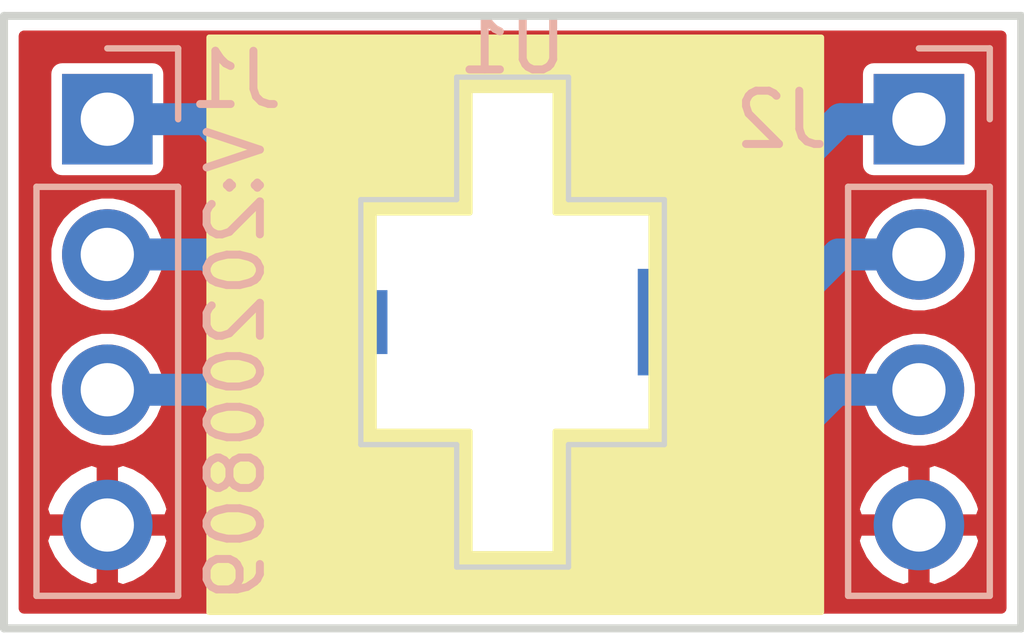
<source format=kicad_pcb>
(kicad_pcb (version 20171130) (host pcbnew 5.1.6-c6e7f7d~87~ubuntu19.10.1)

  (general
    (thickness 1.6)
    (drawings 16)
    (tracks 18)
    (zones 0)
    (modules 4)
    (nets 8)
  )

  (page A4)
  (layers
    (0 F.Cu signal)
    (31 B.Cu signal)
    (32 B.Adhes user)
    (33 F.Adhes user)
    (34 B.Paste user)
    (35 F.Paste user)
    (36 B.SilkS user)
    (37 F.SilkS user)
    (38 B.Mask user)
    (39 F.Mask user)
    (40 Dwgs.User user)
    (41 Cmts.User user)
    (42 Eco1.User user)
    (43 Eco2.User user)
    (44 Edge.Cuts user)
    (45 Margin user)
    (46 B.CrtYd user)
    (47 F.CrtYd user)
    (48 B.Fab user)
    (49 F.Fab user)
  )

  (setup
    (last_trace_width 0.1524)
    (user_trace_width 0.1524)
    (user_trace_width 0.2)
    (user_trace_width 0.3)
    (user_trace_width 0.4)
    (user_trace_width 0.6)
    (user_trace_width 1)
    (user_trace_width 1.5)
    (user_trace_width 2)
    (trace_clearance 0.1524)
    (zone_clearance 0.2)
    (zone_45_only no)
    (trace_min 0.1524)
    (via_size 0.381)
    (via_drill 0.254)
    (via_min_size 0.381)
    (via_min_drill 0.254)
    (user_via 0.4 0.254)
    (user_via 0.6 0.4)
    (user_via 0.8 0.6)
    (user_via 1 0.8)
    (user_via 1.3 1)
    (user_via 1.5 1.2)
    (user_via 1.7 1.4)
    (user_via 1.9 1.6)
    (uvia_size 0.381)
    (uvia_drill 0.254)
    (uvias_allowed no)
    (uvia_min_size 0.381)
    (uvia_min_drill 0.254)
    (edge_width 0.1)
    (segment_width 0.2)
    (pcb_text_width 0.3)
    (pcb_text_size 1.5 1.5)
    (mod_edge_width 0.15)
    (mod_text_size 1 1)
    (mod_text_width 0.15)
    (pad_size 1.524 1.524)
    (pad_drill 0.762)
    (pad_to_mask_clearance 0.1)
    (solder_mask_min_width 0.1)
    (aux_axis_origin 0 0)
    (visible_elements FFFFFF7F)
    (pcbplotparams
      (layerselection 0x010fc_ffffffff)
      (usegerberextensions true)
      (usegerberattributes false)
      (usegerberadvancedattributes false)
      (creategerberjobfile false)
      (excludeedgelayer true)
      (linewidth 0.100000)
      (plotframeref false)
      (viasonmask false)
      (mode 1)
      (useauxorigin false)
      (hpglpennumber 1)
      (hpglpenspeed 20)
      (hpglpendiameter 15.000000)
      (psnegative false)
      (psa4output false)
      (plotreference true)
      (plotvalue true)
      (plotinvisibletext false)
      (padsonsilk false)
      (subtractmaskfromsilk false)
      (outputformat 1)
      (mirror false)
      (drillshape 0)
      (scaleselection 1)
      (outputdirectory "OSH_Park_2_layer_plots"))
  )

  (net 0 "")
  (net 1 /LED1_A)
  (net 2 /LED1_C)
  (net 3 /LED2_A)
  (net 4 /LED2_C)
  (net 5 /PD_A)
  (net 6 /PD_C)
  (net 7 /VSS)

  (net_class Default "This is the default net class."
    (clearance 0.1524)
    (trace_width 0.1524)
    (via_dia 0.381)
    (via_drill 0.254)
    (uvia_dia 0.381)
    (uvia_drill 0.254)
    (add_net /LED1_A)
    (add_net /LED1_C)
    (add_net /LED2_A)
    (add_net /LED2_C)
    (add_net /PD_A)
    (add_net /PD_C)
    (add_net /VSS)
  )

  (module SquantorOpto:PPG_sensor_reverse_PD_parallel (layer F.Cu) (tedit 5F2FCA32) (tstamp 5F08053E)
    (at 162.55 101.6)
    (descr "combination of SFH2440 reverse mount parallel with 3216 reverse mount LEDS")
    (tags "PPG sensor")
    (path /5F07B38F)
    (fp_text reference U1 (at 0 -5.2) (layer B.SilkS)
      (effects (font (size 1 1) (thickness 0.15)) (justify mirror))
    )
    (fp_text value PPG_sensor (at 0 5) (layer B.Fab)
      (effects (font (size 1 1) (thickness 0.15)) (justify mirror))
    )
    (fp_text user "cut out" (at 0 -1.2) (layer Dwgs.User)
      (effects (font (size 1 1) (thickness 0.15)))
    )
    (fp_line (start 1.05 4.6) (end -1.05 4.6) (layer Dwgs.User) (width 0.05))
    (fp_line (start 1.05 -4.6) (end 1.05 -2.3) (layer Dwgs.User) (width 0.05))
    (fp_line (start -1.05 -4.6) (end 1.05 -4.6) (layer Dwgs.User) (width 0.05))
    (fp_line (start -1.05 4.6) (end -1.05 2.3) (layer Dwgs.User) (width 0.05))
    (fp_line (start -1.05 -2.3) (end -1.05 -4.6) (layer Dwgs.User) (width 0.05))
    (fp_line (start 1.05 2.3) (end 1.05 4.6) (layer Dwgs.User) (width 0.05))
    (fp_line (start -2.85 2.3) (end -2.85 -2.3) (layer Dwgs.User) (width 0.05))
    (fp_line (start 2.85 -2.3) (end 2.85 2.3) (layer Dwgs.User) (width 0.05))
    (fp_line (start -2.85 -2.3) (end -1.05 -2.3) (layer Dwgs.User) (width 0.05))
    (fp_line (start 1.05 -2.3) (end 2.85 -2.3) (layer Dwgs.User) (width 0.05))
    (fp_line (start 2.85 2.3) (end 1.05 2.3) (layer Dwgs.User) (width 0.05))
    (fp_line (start -1.05 2.3) (end -2.85 2.3) (layer Dwgs.User) (width 0.05))
    (fp_line (start -0.4 0) (end -0.4 -0.5) (layer Dwgs.User) (width 0.12))
    (fp_line (start -0.4 -0.5) (end 0.5 0) (layer Dwgs.User) (width 0.12))
    (fp_line (start 0.5 0) (end -0.4 0.5) (layer Dwgs.User) (width 0.12))
    (fp_line (start -0.4 0.5) (end -0.4 0) (layer Dwgs.User) (width 0.12))
    (fp_line (start 0.5 -0.5) (end 0.5 0.5) (layer Dwgs.User) (width 0.12))
    (fp_line (start -0.4 0) (end -0.8 0) (layer Dwgs.User) (width 0.12))
    (fp_line (start 0.5 0) (end 0.9 0) (layer Dwgs.User) (width 0.12))
    (fp_line (start -0.4 -3.1) (end -0.8 -3.1) (layer Dwgs.User) (width 0.12))
    (fp_line (start 0.5 -3.1) (end 0.9 -3.1) (layer Dwgs.User) (width 0.12))
    (fp_line (start -0.4 -3.1) (end -0.4 -3.6) (layer Dwgs.User) (width 0.12))
    (fp_line (start 0.5 -3.1) (end -0.4 -2.6) (layer Dwgs.User) (width 0.12))
    (fp_line (start 0.5 -3.6) (end 0.5 -2.6) (layer Dwgs.User) (width 0.12))
    (fp_line (start -0.4 -3.6) (end 0.5 -3.1) (layer Dwgs.User) (width 0.12))
    (fp_line (start -0.4 -2.6) (end -0.4 -3.1) (layer Dwgs.User) (width 0.12))
    (fp_line (start 0.5 3.1) (end -0.4 3.6) (layer Dwgs.User) (width 0.12))
    (fp_line (start 0.5 2.6) (end 0.5 3.6) (layer Dwgs.User) (width 0.12))
    (fp_line (start -0.4 3.1) (end -0.4 2.6) (layer Dwgs.User) (width 0.12))
    (fp_line (start -0.4 2.6) (end 0.5 3.1) (layer Dwgs.User) (width 0.12))
    (fp_line (start -0.4 3.6) (end -0.4 3.1) (layer Dwgs.User) (width 0.12))
    (fp_line (start 0.5 3.1) (end 0.9 3.1) (layer Dwgs.User) (width 0.12))
    (fp_line (start -0.4 3.1) (end -0.8 3.1) (layer Dwgs.User) (width 0.12))
    (pad 6 smd rect (at 1.8 3.1) (size 1.6 1.5) (layers B.Cu B.Paste B.Mask)
      (net 2 /LED1_C))
    (pad 4 smd rect (at 1.8 -3.1) (size 1.6 1.5) (layers B.Cu B.Paste B.Mask)
      (net 4 /LED2_C))
    (pad 3 smd rect (at -1.8 -3.1) (size 1.6 1.5) (layers B.Cu B.Paste B.Mask)
      (net 3 /LED2_A))
    (pad 1 smd rect (at -1.8 3.1) (size 1.6 1.5) (layers B.Cu B.Paste B.Mask)
      (net 1 /LED1_A))
    (pad 2 smd rect (at -3.05 0) (size 1.4 1.2) (layers B.Cu B.Paste B.Mask)
      (net 5 /PD_A))
    (pad 5 smd rect (at 3.05 0) (size 1.4 2) (layers B.Cu B.Paste B.Mask)
      (net 6 /PD_C))
  )

  (module Connector_PinHeader_2.54mm:PinHeader_1x04_P2.54mm_Vertical (layer B.Cu) (tedit 59FED5CC) (tstamp 5F080FAA)
    (at 170.18 97.79 180)
    (descr "Through hole straight pin header, 1x04, 2.54mm pitch, single row")
    (tags "Through hole pin header THT 1x04 2.54mm single row")
    (path /5D277F89)
    (fp_text reference J2 (at 2.58 -0.01) (layer B.SilkS)
      (effects (font (size 1 1) (thickness 0.15)) (justify mirror))
    )
    (fp_text value Conn_01x04 (at 0 -9.95) (layer B.Fab) hide
      (effects (font (size 1 1) (thickness 0.15)) (justify mirror))
    )
    (fp_line (start 1.8 1.8) (end -1.8 1.8) (layer B.CrtYd) (width 0.05))
    (fp_line (start 1.8 -9.4) (end 1.8 1.8) (layer B.CrtYd) (width 0.05))
    (fp_line (start -1.8 -9.4) (end 1.8 -9.4) (layer B.CrtYd) (width 0.05))
    (fp_line (start -1.8 1.8) (end -1.8 -9.4) (layer B.CrtYd) (width 0.05))
    (fp_line (start -1.33 1.33) (end 0 1.33) (layer B.SilkS) (width 0.12))
    (fp_line (start -1.33 0) (end -1.33 1.33) (layer B.SilkS) (width 0.12))
    (fp_line (start -1.33 -1.27) (end 1.33 -1.27) (layer B.SilkS) (width 0.12))
    (fp_line (start 1.33 -1.27) (end 1.33 -8.95) (layer B.SilkS) (width 0.12))
    (fp_line (start -1.33 -1.27) (end -1.33 -8.95) (layer B.SilkS) (width 0.12))
    (fp_line (start -1.33 -8.95) (end 1.33 -8.95) (layer B.SilkS) (width 0.12))
    (fp_line (start -1.27 0.635) (end -0.635 1.27) (layer B.Fab) (width 0.1))
    (fp_line (start -1.27 -8.89) (end -1.27 0.635) (layer B.Fab) (width 0.1))
    (fp_line (start 1.27 -8.89) (end -1.27 -8.89) (layer B.Fab) (width 0.1))
    (fp_line (start 1.27 1.27) (end 1.27 -8.89) (layer B.Fab) (width 0.1))
    (fp_line (start -0.635 1.27) (end 1.27 1.27) (layer B.Fab) (width 0.1))
    (fp_text user %R (at 0 -3.81 270) (layer B.Fab)
      (effects (font (size 1 1) (thickness 0.15)) (justify mirror))
    )
    (pad 4 thru_hole oval (at 0 -7.62 180) (size 1.7 1.7) (drill 1) (layers *.Cu *.Mask)
      (net 7 /VSS))
    (pad 3 thru_hole oval (at 0 -5.08 180) (size 1.7 1.7) (drill 1) (layers *.Cu *.Mask)
      (net 2 /LED1_C))
    (pad 2 thru_hole oval (at 0 -2.54 180) (size 1.7 1.7) (drill 1) (layers *.Cu *.Mask)
      (net 6 /PD_C))
    (pad 1 thru_hole rect (at 0 0 180) (size 1.7 1.7) (drill 1) (layers *.Cu *.Mask)
      (net 4 /LED2_C))
    (model ${KISYS3DMOD}/Connector_PinHeader_2.54mm.3dshapes/PinHeader_1x04_P2.54mm_Vertical.wrl
      (at (xyz 0 0 0))
      (scale (xyz 1 1 1))
      (rotate (xyz 0 0 0))
    )
  )

  (module Connector_PinHeader_2.54mm:PinHeader_1x04_P2.54mm_Vertical (layer B.Cu) (tedit 59FED5CC) (tstamp 5D27E54E)
    (at 154.94 97.79 180)
    (descr "Through hole straight pin header, 1x04, 2.54mm pitch, single row")
    (tags "Through hole pin header THT 1x04 2.54mm single row")
    (path /5D277621)
    (fp_text reference J1 (at -2.41 0.74) (layer B.SilkS)
      (effects (font (size 1 1) (thickness 0.15)) (justify mirror))
    )
    (fp_text value Conn_01x04 (at 0 -9.95) (layer B.Fab) hide
      (effects (font (size 1 1) (thickness 0.15)) (justify mirror))
    )
    (fp_line (start 1.8 1.8) (end -1.8 1.8) (layer B.CrtYd) (width 0.05))
    (fp_line (start 1.8 -9.4) (end 1.8 1.8) (layer B.CrtYd) (width 0.05))
    (fp_line (start -1.8 -9.4) (end 1.8 -9.4) (layer B.CrtYd) (width 0.05))
    (fp_line (start -1.8 1.8) (end -1.8 -9.4) (layer B.CrtYd) (width 0.05))
    (fp_line (start -1.33 1.33) (end 0 1.33) (layer B.SilkS) (width 0.12))
    (fp_line (start -1.33 0) (end -1.33 1.33) (layer B.SilkS) (width 0.12))
    (fp_line (start -1.33 -1.27) (end 1.33 -1.27) (layer B.SilkS) (width 0.12))
    (fp_line (start 1.33 -1.27) (end 1.33 -8.95) (layer B.SilkS) (width 0.12))
    (fp_line (start -1.33 -1.27) (end -1.33 -8.95) (layer B.SilkS) (width 0.12))
    (fp_line (start -1.33 -8.95) (end 1.33 -8.95) (layer B.SilkS) (width 0.12))
    (fp_line (start -1.27 0.635) (end -0.635 1.27) (layer B.Fab) (width 0.1))
    (fp_line (start -1.27 -8.89) (end -1.27 0.635) (layer B.Fab) (width 0.1))
    (fp_line (start 1.27 -8.89) (end -1.27 -8.89) (layer B.Fab) (width 0.1))
    (fp_line (start 1.27 1.27) (end 1.27 -8.89) (layer B.Fab) (width 0.1))
    (fp_line (start -0.635 1.27) (end 1.27 1.27) (layer B.Fab) (width 0.1))
    (fp_text user %R (at 0 -3.81 270) (layer B.Fab)
      (effects (font (size 1 1) (thickness 0.15)) (justify mirror))
    )
    (pad 4 thru_hole oval (at 0 -7.62 180) (size 1.7 1.7) (drill 1) (layers *.Cu *.Mask)
      (net 7 /VSS))
    (pad 3 thru_hole oval (at 0 -5.08 180) (size 1.7 1.7) (drill 1) (layers *.Cu *.Mask)
      (net 1 /LED1_A))
    (pad 2 thru_hole oval (at 0 -2.54 180) (size 1.7 1.7) (drill 1) (layers *.Cu *.Mask)
      (net 5 /PD_A))
    (pad 1 thru_hole rect (at 0 0 180) (size 1.7 1.7) (drill 1) (layers *.Cu *.Mask)
      (net 3 /LED2_A))
    (model ${KISYS3DMOD}/Connector_PinHeader_2.54mm.3dshapes/PinHeader_1x04_P2.54mm_Vertical.wrl
      (at (xyz 0 0 0))
      (scale (xyz 1 1 1))
      (rotate (xyz 0 0 0))
    )
  )

  (module SquantorLabels:Label_version (layer B.Cu) (tedit 5B5A1E49) (tstamp 5B96DD88)
    (at 157.25 102.6 90)
    (path /5A1357A5)
    (fp_text reference N2 (at 0 -1.4 90) (layer B.Fab) hide
      (effects (font (size 1 1) (thickness 0.15)) (justify mirror))
    )
    (fp_text value 20200809 (at -0.4 0.1 90) (layer B.SilkS)
      (effects (font (size 1 1) (thickness 0.15)) (justify mirror))
    )
    (fp_text user V: (at 4 0.1 90) (layer B.SilkS)
      (effects (font (size 1 1) (thickness 0.15)) (justify mirror))
    )
  )

  (gr_line (start 161.5 103.9) (end 161.5 106.2) (layer Edge.Cuts) (width 0.1))
  (gr_line (start 159.7 103.9) (end 161.5 103.9) (layer Edge.Cuts) (width 0.1))
  (gr_line (start 159.7 99.3) (end 159.7 103.9) (layer Edge.Cuts) (width 0.1))
  (gr_line (start 161.5 99.3) (end 159.7 99.3) (layer Edge.Cuts) (width 0.1))
  (gr_line (start 161.5 97) (end 161.5 99.3) (layer Edge.Cuts) (width 0.1))
  (gr_line (start 163.6 97) (end 161.5 97) (layer Edge.Cuts) (width 0.1))
  (gr_line (start 163.6 99.3) (end 163.6 97) (layer Edge.Cuts) (width 0.1))
  (gr_line (start 165.4 99.3) (end 163.6 99.3) (layer Edge.Cuts) (width 0.1))
  (gr_line (start 165.4 103.9) (end 165.4 99.3) (layer Edge.Cuts) (width 0.1))
  (gr_line (start 163.6 103.9) (end 165.4 103.9) (layer Edge.Cuts) (width 0.1))
  (gr_line (start 163.6 106.2) (end 163.6 103.9) (layer Edge.Cuts) (width 0.1))
  (gr_line (start 161.5 106.2) (end 163.6 106.2) (layer Edge.Cuts) (width 0.1))
  (gr_line (start 153 107.35) (end 153 95.85) (layer Edge.Cuts) (width 0.15) (tstamp 5D27E982))
  (gr_line (start 172.1 107.35) (end 153 107.35) (layer Edge.Cuts) (width 0.15))
  (gr_line (start 172.1 95.85) (end 172.1 107.35) (layer Edge.Cuts) (width 0.15))
  (gr_line (start 153 95.85) (end 172.1 95.85) (layer Edge.Cuts) (width 0.15))

  (segment (start 160.75 104.7) (end 158.7 104.7) (width 0.6) (layer B.Cu) (net 1))
  (segment (start 156.87 102.87) (end 154.94 102.87) (width 0.6) (layer B.Cu) (net 1))
  (segment (start 158.7 104.7) (end 156.87 102.87) (width 0.6) (layer B.Cu) (net 1))
  (segment (start 166.8 104.7) (end 164.35 104.7) (width 0.6) (layer B.Cu) (net 2))
  (segment (start 170.18 102.87) (end 168.63 102.87) (width 0.6) (layer B.Cu) (net 2))
  (segment (start 168.63 102.87) (end 166.8 104.7) (width 0.6) (layer B.Cu) (net 2))
  (segment (start 160.75 98.5) (end 157.5 98.5) (width 0.6) (layer B.Cu) (net 3))
  (segment (start 156.79 97.79) (end 154.94 97.79) (width 0.6) (layer B.Cu) (net 3))
  (segment (start 157.5 98.5) (end 156.79 97.79) (width 0.6) (layer B.Cu) (net 3))
  (segment (start 168 98.5) (end 164.35 98.5) (width 0.6) (layer B.Cu) (net 4))
  (segment (start 170.18 97.79) (end 168.71 97.79) (width 0.6) (layer B.Cu) (net 4))
  (segment (start 168.71 97.79) (end 168 98.5) (width 0.6) (layer B.Cu) (net 4))
  (segment (start 158.1 101.6) (end 159.24359 101.6) (width 0.6) (layer B.Cu) (net 5))
  (segment (start 154.94 100.33) (end 156.83 100.33) (width 0.6) (layer B.Cu) (net 5))
  (segment (start 156.83 100.33) (end 158.1 101.6) (width 0.6) (layer B.Cu) (net 5))
  (segment (start 167.4 101.6) (end 165.85641 101.6) (width 0.6) (layer B.Cu) (net 6))
  (segment (start 170.18 100.33) (end 168.67 100.33) (width 0.6) (layer B.Cu) (net 6))
  (segment (start 168.67 100.33) (end 167.4 101.6) (width 0.6) (layer B.Cu) (net 6))

  (zone (net 0) (net_name "") (layer F.SilkS) (tstamp 0) (hatch edge 0.508)
    (connect_pads (clearance 0.508))
    (min_thickness 0.1)
    (fill yes (arc_segments 32) (thermal_gap 0.508) (thermal_bridge_width 0.508))
    (polygon
      (pts
        (xy 156.8 96.2) (xy 168.4 96.2) (xy 168.4 107.1) (xy 156.8 107.1)
      )
    )
    (filled_polygon
      (pts
        (xy 168.35 107.05) (xy 156.85 107.05) (xy 156.85 99.55) (xy 159.95 99.55) (xy 159.95 103.65)
        (xy 161.75 103.65) (xy 161.75 105.95) (xy 163.35 105.95) (xy 163.35 103.65) (xy 165.15 103.65)
        (xy 165.15 99.55) (xy 163.35 99.55) (xy 163.35 97.25) (xy 161.75 97.25) (xy 161.75 99.55)
        (xy 159.95 99.55) (xy 156.85 99.55) (xy 156.85 96.25) (xy 168.35 96.25)
      )
    )
  )
  (zone (net 7) (net_name /VSS) (layer F.Cu) (tstamp 0) (hatch edge 0.508)
    (connect_pads (clearance 0.2))
    (min_thickness 0.2)
    (fill yes (arc_segments 32) (thermal_gap 0.3) (thermal_bridge_width 0.4))
    (polygon
      (pts
        (xy 172.1 107.35) (xy 153 107.35) (xy 153 95.85) (xy 172.1 95.85)
      )
    )
    (filled_polygon
      (pts
        (xy 171.725001 106.975) (xy 153.375 106.975) (xy 153.375 105.703685) (xy 153.72499 105.703685) (xy 153.766591 105.840835)
        (xy 153.873189 106.061477) (xy 154.020784 106.257084) (xy 154.203704 106.420138) (xy 154.41492 106.544373) (xy 154.646314 106.625014)
        (xy 154.84 106.555998) (xy 154.84 105.51) (xy 155.04 105.51) (xy 155.04 106.555998) (xy 155.233686 106.625014)
        (xy 155.46508 106.544373) (xy 155.676296 106.420138) (xy 155.859216 106.257084) (xy 156.006811 106.061477) (xy 156.113409 105.840835)
        (xy 156.15501 105.703685) (xy 156.085644 105.51) (xy 155.04 105.51) (xy 154.84 105.51) (xy 153.794356 105.51)
        (xy 153.72499 105.703685) (xy 153.375 105.703685) (xy 153.375 105.116315) (xy 153.72499 105.116315) (xy 153.794356 105.31)
        (xy 154.84 105.31) (xy 154.84 104.264002) (xy 155.04 104.264002) (xy 155.04 105.31) (xy 156.085644 105.31)
        (xy 156.15501 105.116315) (xy 156.113409 104.979165) (xy 156.006811 104.758523) (xy 155.859216 104.562916) (xy 155.676296 104.399862)
        (xy 155.46508 104.275627) (xy 155.233686 104.194986) (xy 155.04 104.264002) (xy 154.84 104.264002) (xy 154.646314 104.194986)
        (xy 154.41492 104.275627) (xy 154.203704 104.399862) (xy 154.020784 104.562916) (xy 153.873189 104.758523) (xy 153.766591 104.979165)
        (xy 153.72499 105.116315) (xy 153.375 105.116315) (xy 153.375 102.756735) (xy 153.79 102.756735) (xy 153.79 102.983265)
        (xy 153.834194 103.205443) (xy 153.920884 103.414729) (xy 154.046737 103.603082) (xy 154.206918 103.763263) (xy 154.395271 103.889116)
        (xy 154.604557 103.975806) (xy 154.826735 104.02) (xy 155.053265 104.02) (xy 155.275443 103.975806) (xy 155.484729 103.889116)
        (xy 155.673082 103.763263) (xy 155.833263 103.603082) (xy 155.959116 103.414729) (xy 156.045806 103.205443) (xy 156.09 102.983265)
        (xy 156.09 102.756735) (xy 156.045806 102.534557) (xy 155.959116 102.325271) (xy 155.833263 102.136918) (xy 155.673082 101.976737)
        (xy 155.484729 101.850884) (xy 155.275443 101.764194) (xy 155.053265 101.72) (xy 154.826735 101.72) (xy 154.604557 101.764194)
        (xy 154.395271 101.850884) (xy 154.206918 101.976737) (xy 154.046737 102.136918) (xy 153.920884 102.325271) (xy 153.834194 102.534557)
        (xy 153.79 102.756735) (xy 153.375 102.756735) (xy 153.375 100.216735) (xy 153.79 100.216735) (xy 153.79 100.443265)
        (xy 153.834194 100.665443) (xy 153.920884 100.874729) (xy 154.046737 101.063082) (xy 154.206918 101.223263) (xy 154.395271 101.349116)
        (xy 154.604557 101.435806) (xy 154.826735 101.48) (xy 155.053265 101.48) (xy 155.275443 101.435806) (xy 155.484729 101.349116)
        (xy 155.673082 101.223263) (xy 155.833263 101.063082) (xy 155.959116 100.874729) (xy 156.045806 100.665443) (xy 156.09 100.443265)
        (xy 156.09 100.216735) (xy 156.045806 99.994557) (xy 155.959116 99.785271) (xy 155.833263 99.596918) (xy 155.786345 99.55)
        (xy 159.39332 99.55) (xy 159.396001 99.577222) (xy 159.396 103.622788) (xy 159.39332 103.65) (xy 159.404016 103.758603)
        (xy 159.435695 103.863032) (xy 159.449637 103.889116) (xy 159.487137 103.959275) (xy 159.556368 104.043632) (xy 159.640725 104.112863)
        (xy 159.736968 104.164305) (xy 159.841397 104.195984) (xy 159.95 104.20668) (xy 159.977211 104.204) (xy 161.196001 104.204)
        (xy 161.196 105.922788) (xy 161.19332 105.95) (xy 161.204016 106.058603) (xy 161.235695 106.163032) (xy 161.285966 106.257084)
        (xy 161.287137 106.259275) (xy 161.356368 106.343632) (xy 161.440725 106.412863) (xy 161.536968 106.464305) (xy 161.641397 106.495984)
        (xy 161.75 106.50668) (xy 161.777211 106.504) (xy 163.322789 106.504) (xy 163.35 106.50668) (xy 163.458603 106.495984)
        (xy 163.563032 106.464305) (xy 163.659275 106.412863) (xy 163.743632 106.343632) (xy 163.812863 106.259275) (xy 163.864305 106.163032)
        (xy 163.895984 106.058603) (xy 163.904 105.977212) (xy 163.904 105.977211) (xy 163.90668 105.95) (xy 163.904 105.922788)
        (xy 163.904 105.703685) (xy 168.96499 105.703685) (xy 169.006591 105.840835) (xy 169.113189 106.061477) (xy 169.260784 106.257084)
        (xy 169.443704 106.420138) (xy 169.65492 106.544373) (xy 169.886314 106.625014) (xy 170.08 106.555998) (xy 170.08 105.51)
        (xy 170.28 105.51) (xy 170.28 106.555998) (xy 170.473686 106.625014) (xy 170.70508 106.544373) (xy 170.916296 106.420138)
        (xy 171.099216 106.257084) (xy 171.246811 106.061477) (xy 171.353409 105.840835) (xy 171.39501 105.703685) (xy 171.325644 105.51)
        (xy 170.28 105.51) (xy 170.08 105.51) (xy 169.034356 105.51) (xy 168.96499 105.703685) (xy 163.904 105.703685)
        (xy 163.904 105.116315) (xy 168.96499 105.116315) (xy 169.034356 105.31) (xy 170.08 105.31) (xy 170.08 104.264002)
        (xy 170.28 104.264002) (xy 170.28 105.31) (xy 171.325644 105.31) (xy 171.39501 105.116315) (xy 171.353409 104.979165)
        (xy 171.246811 104.758523) (xy 171.099216 104.562916) (xy 170.916296 104.399862) (xy 170.70508 104.275627) (xy 170.473686 104.194986)
        (xy 170.28 104.264002) (xy 170.08 104.264002) (xy 169.886314 104.194986) (xy 169.65492 104.275627) (xy 169.443704 104.399862)
        (xy 169.260784 104.562916) (xy 169.113189 104.758523) (xy 169.006591 104.979165) (xy 168.96499 105.116315) (xy 163.904 105.116315)
        (xy 163.904 104.204) (xy 165.122789 104.204) (xy 165.15 104.20668) (xy 165.258603 104.195984) (xy 165.363032 104.164305)
        (xy 165.459275 104.112863) (xy 165.543632 104.043632) (xy 165.612863 103.959275) (xy 165.664305 103.863032) (xy 165.695984 103.758603)
        (xy 165.704 103.677212) (xy 165.704 103.677211) (xy 165.70668 103.65) (xy 165.704 103.622788) (xy 165.704 102.756735)
        (xy 169.03 102.756735) (xy 169.03 102.983265) (xy 169.074194 103.205443) (xy 169.160884 103.414729) (xy 169.286737 103.603082)
        (xy 169.446918 103.763263) (xy 169.635271 103.889116) (xy 169.844557 103.975806) (xy 170.066735 104.02) (xy 170.293265 104.02)
        (xy 170.515443 103.975806) (xy 170.724729 103.889116) (xy 170.913082 103.763263) (xy 171.073263 103.603082) (xy 171.199116 103.414729)
        (xy 171.285806 103.205443) (xy 171.33 102.983265) (xy 171.33 102.756735) (xy 171.285806 102.534557) (xy 171.199116 102.325271)
        (xy 171.073263 102.136918) (xy 170.913082 101.976737) (xy 170.724729 101.850884) (xy 170.515443 101.764194) (xy 170.293265 101.72)
        (xy 170.066735 101.72) (xy 169.844557 101.764194) (xy 169.635271 101.850884) (xy 169.446918 101.976737) (xy 169.286737 102.136918)
        (xy 169.160884 102.325271) (xy 169.074194 102.534557) (xy 169.03 102.756735) (xy 165.704 102.756735) (xy 165.704 100.216735)
        (xy 169.03 100.216735) (xy 169.03 100.443265) (xy 169.074194 100.665443) (xy 169.160884 100.874729) (xy 169.286737 101.063082)
        (xy 169.446918 101.223263) (xy 169.635271 101.349116) (xy 169.844557 101.435806) (xy 170.066735 101.48) (xy 170.293265 101.48)
        (xy 170.515443 101.435806) (xy 170.724729 101.349116) (xy 170.913082 101.223263) (xy 171.073263 101.063082) (xy 171.199116 100.874729)
        (xy 171.285806 100.665443) (xy 171.33 100.443265) (xy 171.33 100.216735) (xy 171.285806 99.994557) (xy 171.199116 99.785271)
        (xy 171.073263 99.596918) (xy 170.913082 99.436737) (xy 170.724729 99.310884) (xy 170.515443 99.224194) (xy 170.293265 99.18)
        (xy 170.066735 99.18) (xy 169.844557 99.224194) (xy 169.635271 99.310884) (xy 169.446918 99.436737) (xy 169.286737 99.596918)
        (xy 169.160884 99.785271) (xy 169.074194 99.994557) (xy 169.03 100.216735) (xy 165.704 100.216735) (xy 165.704 99.577211)
        (xy 165.70668 99.55) (xy 165.695984 99.441397) (xy 165.664305 99.336968) (xy 165.612863 99.240725) (xy 165.543632 99.156368)
        (xy 165.459275 99.087137) (xy 165.363032 99.035695) (xy 165.258603 99.004016) (xy 165.177212 98.996) (xy 165.177211 98.996)
        (xy 165.15 98.99332) (xy 165.122788 98.996) (xy 163.904 98.996) (xy 163.904 97.277212) (xy 163.90668 97.25)
        (xy 163.895984 97.141397) (xy 163.864305 97.036968) (xy 163.812863 96.940725) (xy 163.812268 96.94) (xy 169.028549 96.94)
        (xy 169.028549 98.64) (xy 169.034341 98.69881) (xy 169.051496 98.75536) (xy 169.079353 98.807477) (xy 169.116842 98.853158)
        (xy 169.162523 98.890647) (xy 169.21464 98.918504) (xy 169.27119 98.935659) (xy 169.33 98.941451) (xy 171.03 98.941451)
        (xy 171.08881 98.935659) (xy 171.14536 98.918504) (xy 171.197477 98.890647) (xy 171.243158 98.853158) (xy 171.280647 98.807477)
        (xy 171.308504 98.75536) (xy 171.325659 98.69881) (xy 171.331451 98.64) (xy 171.331451 96.94) (xy 171.325659 96.88119)
        (xy 171.308504 96.82464) (xy 171.280647 96.772523) (xy 171.243158 96.726842) (xy 171.197477 96.689353) (xy 171.14536 96.661496)
        (xy 171.08881 96.644341) (xy 171.03 96.638549) (xy 169.33 96.638549) (xy 169.27119 96.644341) (xy 169.21464 96.661496)
        (xy 169.162523 96.689353) (xy 169.116842 96.726842) (xy 169.079353 96.772523) (xy 169.051496 96.82464) (xy 169.034341 96.88119)
        (xy 169.028549 96.94) (xy 163.812268 96.94) (xy 163.743632 96.856368) (xy 163.659275 96.787137) (xy 163.563032 96.735695)
        (xy 163.458603 96.704016) (xy 163.377212 96.696) (xy 163.377211 96.696) (xy 163.35 96.69332) (xy 163.322788 96.696)
        (xy 161.777212 96.696) (xy 161.75 96.69332) (xy 161.722789 96.696) (xy 161.722788 96.696) (xy 161.641397 96.704016)
        (xy 161.536968 96.735695) (xy 161.440725 96.787137) (xy 161.356368 96.856368) (xy 161.287137 96.940725) (xy 161.235695 97.036968)
        (xy 161.204016 97.141397) (xy 161.19332 97.25) (xy 161.196001 97.277222) (xy 161.196 98.996) (xy 159.977212 98.996)
        (xy 159.95 98.99332) (xy 159.922789 98.996) (xy 159.922788 98.996) (xy 159.841397 99.004016) (xy 159.736968 99.035695)
        (xy 159.640725 99.087137) (xy 159.556368 99.156368) (xy 159.487137 99.240725) (xy 159.435695 99.336968) (xy 159.404016 99.441397)
        (xy 159.39332 99.55) (xy 155.786345 99.55) (xy 155.673082 99.436737) (xy 155.484729 99.310884) (xy 155.275443 99.224194)
        (xy 155.053265 99.18) (xy 154.826735 99.18) (xy 154.604557 99.224194) (xy 154.395271 99.310884) (xy 154.206918 99.436737)
        (xy 154.046737 99.596918) (xy 153.920884 99.785271) (xy 153.834194 99.994557) (xy 153.79 100.216735) (xy 153.375 100.216735)
        (xy 153.375 96.94) (xy 153.788549 96.94) (xy 153.788549 98.64) (xy 153.794341 98.69881) (xy 153.811496 98.75536)
        (xy 153.839353 98.807477) (xy 153.876842 98.853158) (xy 153.922523 98.890647) (xy 153.97464 98.918504) (xy 154.03119 98.935659)
        (xy 154.09 98.941451) (xy 155.79 98.941451) (xy 155.84881 98.935659) (xy 155.90536 98.918504) (xy 155.957477 98.890647)
        (xy 156.003158 98.853158) (xy 156.040647 98.807477) (xy 156.068504 98.75536) (xy 156.085659 98.69881) (xy 156.091451 98.64)
        (xy 156.091451 96.94) (xy 156.085659 96.88119) (xy 156.068504 96.82464) (xy 156.040647 96.772523) (xy 156.003158 96.726842)
        (xy 155.957477 96.689353) (xy 155.90536 96.661496) (xy 155.84881 96.644341) (xy 155.79 96.638549) (xy 154.09 96.638549)
        (xy 154.03119 96.644341) (xy 153.97464 96.661496) (xy 153.922523 96.689353) (xy 153.876842 96.726842) (xy 153.839353 96.772523)
        (xy 153.811496 96.82464) (xy 153.794341 96.88119) (xy 153.788549 96.94) (xy 153.375 96.94) (xy 153.375 96.225)
        (xy 171.725 96.225)
      )
    )
  )
)

</source>
